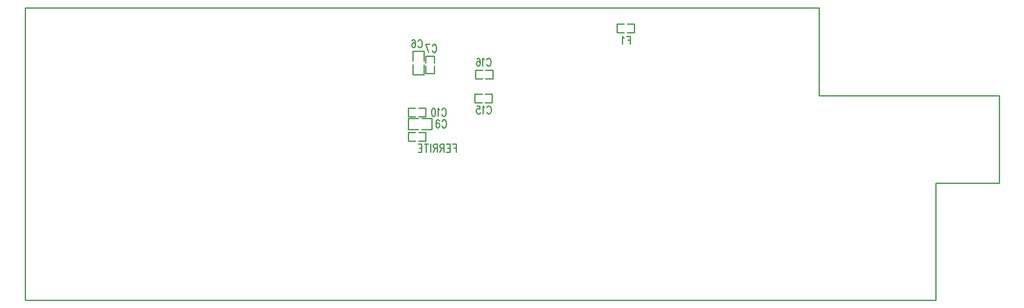
<source format=gbo>
*
*
G04 PADS 9.5 Build Number: 522968 generated Gerber (RS-274-X) file*
G04 PC Version=2.1*
*
%IN "ohm1.pcb"*%
*
%MOIN*%
*
%FSLAX35Y35*%
*
*
*
*
G04 PC Standard Apertures*
*
*
G04 Thermal Relief Aperture macro.*
%AMTER*
1,1,$1,0,0*
1,0,$1-$2,0,0*
21,0,$3,$4,0,0,45*
21,0,$3,$4,0,0,135*
%
*
*
G04 Annular Aperture macro.*
%AMANN*
1,1,$1,0,0*
1,0,$2,0,0*
%
*
*
G04 Odd Aperture macro.*
%AMODD*
1,1,$1,0,0*
1,0,$1-0.005,0,0*
%
*
*
G04 PC Custom Aperture Macros*
*
*
*
*
*
*
G04 PC Aperture Table*
*
%ADD010C,0.001*%
%ADD013C,0.01*%
*
*
*
*
G04 PC Circuitry*
G04 Layer Name ohm1.pcb - circuitry*
%LPD*%
*
*
G04 PC Custom Flashes*
G04 Layer Name ohm1.pcb - flashes*
%LPD*%
*
*
G04 PC Circuitry*
G04 Layer Name ohm1.pcb - circuitry*
%LPD*%
*
G54D10*
G54D13*
G01X1928589Y1672066D02*
Y1664066D01*
X1919589*
Y1672066*
X1928589Y1675066D02*
Y1683066D01*
X1919589*
Y1675066*
X1921891Y1610371D02*
X1916091D01*
Y1617371*
X1921891*
X1924291Y1610371D02*
X1930091D01*
Y1617371*
X1924291*
X1921891Y1630255D02*
X1916091D01*
Y1637255*
X1921891*
X1924291Y1630255D02*
X1930091D01*
Y1637255*
X1924291*
X1924091Y1619652D02*
X1916091D01*
Y1628652*
X1924091*
X1927091Y1619652D02*
X1935091D01*
Y1628652*
X1927091*
X1937062Y1670984D02*
Y1665184D01*
X1930062*
Y1670984*
X1937062Y1673384D02*
Y1679184D01*
X1930062*
Y1673384*
X1978115Y1648585D02*
X1983915D01*
Y1641585*
X1978115*
X1975715Y1648585D02*
X1969915D01*
Y1641585*
X1975715*
X1978557Y1667831D02*
X1984357D01*
Y1660831*
X1978557*
X1976157Y1667831D02*
X1970357D01*
Y1660831*
X1976157*
X2092962Y1705054D02*
X2098762D01*
Y1698054*
X2092962*
X2090562Y1705054D02*
X2084762D01*
Y1698054*
X2090562*
X1923797Y1690980D02*
X1924024Y1691605D01*
X1924479Y1692230*
X1924933Y1692543*
X1925842*
X1926297Y1692230*
X1926751Y1691605*
X1926979Y1690980*
X1927206Y1690043*
Y1688480*
X1926979Y1687543*
X1926751Y1686918*
X1926297Y1686293*
X1925842Y1685980*
X1924933*
X1924479Y1686293*
X1924024Y1686918*
X1923797Y1687543*
X1919024Y1691605D02*
X1919251Y1692230D01*
X1919933Y1692543*
X1920388*
X1921070Y1692230*
X1921524Y1691293*
X1921751Y1689730*
Y1688168*
X1921524Y1686918*
X1921070Y1686293*
X1920388Y1685980*
X1920161*
X1919479Y1686293*
X1919024Y1686918*
X1918797Y1687855*
Y1688168*
X1919024Y1689105*
X1919479Y1689730*
X1920161Y1690043*
X1920388*
X1921070Y1689730*
X1921524Y1689105*
X1921751Y1688168*
X1954635Y1607971D02*
Y1601408D01*
Y1607971D02*
X1951681D01*
X1954635Y1604846D02*
X1952817D01*
X1949635Y1607971D02*
Y1601408D01*
Y1607971D02*
X1946681D01*
X1949635Y1604846D02*
X1947817D01*
X1949635Y1601408D02*
X1946681D01*
X1944635Y1607971D02*
Y1601408D01*
Y1607971D02*
X1942590D01*
X1941908Y1607658*
X1941681Y1607346*
X1941453Y1606721*
Y1606096*
X1941681Y1605471*
X1941908Y1605158*
X1942590Y1604846*
X1944635*
X1943044D02*
X1941453Y1601408D01*
X1939408Y1607971D02*
Y1601408D01*
Y1607971D02*
X1937362D01*
X1936681Y1607658*
X1936453Y1607346*
X1936226Y1606721*
Y1606096*
X1936453Y1605471*
X1936681Y1605158*
X1937362Y1604846*
X1939408*
X1937817D02*
X1936226Y1601408D01*
X1934181Y1607971D02*
Y1601408D01*
X1930544Y1607971D02*
Y1601408D01*
X1932135Y1607971D02*
X1928953D01*
X1926908D02*
Y1601408D01*
Y1607971D02*
X1923953D01*
X1926908Y1604846D02*
X1925090D01*
X1926908Y1601408D02*
X1923953D01*
X1943138Y1635596D02*
X1943365Y1636221D01*
X1943820Y1636846*
X1944275Y1637158*
X1945184*
X1945638Y1636846*
X1946093Y1636221*
X1946320Y1635596*
X1946547Y1634658*
Y1633096*
X1946320Y1632158*
X1946093Y1631533*
X1945638Y1630908*
X1945184Y1630596*
X1944275*
X1943820Y1630908*
X1943365Y1631533*
X1943138Y1632158*
X1941093Y1635908D02*
X1940638Y1636221D01*
X1939956Y1637158*
Y1630596*
X1936547Y1637158D02*
X1937229Y1636846D01*
X1937684Y1635908*
X1937911Y1634346*
Y1633408*
X1937684Y1631846*
X1937229Y1630908*
X1936547Y1630596*
X1936093*
X1935411Y1630908*
X1934956Y1631846*
X1934729Y1633408*
Y1634346*
X1934956Y1635908*
X1935411Y1636846*
X1936093Y1637158*
X1936547*
X1943314Y1622782D02*
X1943541Y1622157D01*
X1943996Y1621532*
X1944450Y1621220*
X1945359*
X1945814Y1621532*
X1946269Y1622157*
X1946496Y1622782*
X1946723Y1623720*
Y1625282*
X1946496Y1626220*
X1946269Y1626845*
X1945814Y1627470*
X1945359Y1627782*
X1944450*
X1943996Y1627470*
X1943541Y1626845*
X1943314Y1626220*
X1938314Y1623407D02*
X1938541Y1624345D01*
X1938996Y1624970*
X1939678Y1625282*
X1939905*
X1940587Y1624970*
X1941041Y1624345*
X1941269Y1623407*
Y1623095*
X1941041Y1622157*
X1940587Y1621532*
X1939905Y1621220*
X1939678*
X1938996Y1621532*
X1938541Y1622157*
X1938314Y1623407*
Y1624970*
X1938541Y1626532*
X1938996Y1627470*
X1939678Y1627782*
X1940132*
X1940814Y1627470*
X1941041Y1626845*
X1935401Y1687112D02*
X1935628Y1687737D01*
X1936082Y1688362*
X1936537Y1688674*
X1937446*
X1937901Y1688362*
X1938355Y1687737*
X1938582Y1687112*
X1938810Y1686174*
Y1684612*
X1938582Y1683674*
X1938355Y1683049*
X1937901Y1682424*
X1937446Y1682112*
X1936537*
X1936082Y1682424*
X1935628Y1683049*
X1935401Y1683674*
X1930173Y1688674D02*
X1932446Y1682112D01*
X1933355Y1688674D02*
X1930173D01*
X1979533Y1637353D02*
X1979760Y1637978D01*
X1980215Y1638603*
X1980670Y1638916*
X1981579*
X1982033Y1638603*
X1982488Y1637978*
X1982715Y1637353*
X1982942Y1636416*
Y1634853*
X1982715Y1633916*
X1982488Y1633291*
X1982033Y1632666*
X1981579Y1632353*
X1980670*
X1980215Y1632666*
X1979760Y1633291*
X1979533Y1633916*
X1977488Y1637666D02*
X1977033Y1637978D01*
X1976351Y1638916*
Y1632353*
X1971351Y1638916D02*
X1973624D01*
X1973851Y1636103*
X1973624Y1636416*
X1972942Y1636728*
X1972260*
X1971579Y1636416*
X1971124Y1635791*
X1970897Y1634853*
X1971124Y1634228*
X1971351Y1633291*
X1971806Y1632666*
X1972488Y1632353*
X1973170*
X1973851Y1632666*
X1974079Y1632978*
X1974306Y1633603*
X1979357Y1676035D02*
X1979585Y1676660D01*
X1980039Y1677285*
X1980494Y1677598*
X1981403*
X1981857Y1677285*
X1982312Y1676660*
X1982539Y1676035*
X1982766Y1675098*
Y1673535*
X1982539Y1672598*
X1982312Y1671973*
X1981857Y1671348*
X1981403Y1671035*
X1980494*
X1980039Y1671348*
X1979585Y1671973*
X1979357Y1672598*
X1977312Y1676348D02*
X1976857Y1676660D01*
X1976175Y1677598*
Y1671035*
X1971403Y1676660D02*
X1971630Y1677285D01*
X1972312Y1677598*
X1972766*
X1973448Y1677285*
X1973903Y1676348*
X1974130Y1674785*
Y1673223*
X1973903Y1671973*
X1973448Y1671348*
X1972766Y1671035*
X1972539*
X1971857Y1671348*
X1971403Y1671973*
X1971175Y1672910*
Y1673223*
X1971403Y1674160*
X1971857Y1674785*
X1972539Y1675098*
X1972766*
X1973448Y1674785*
X1973903Y1674160*
X1974130Y1673223*
X2095302Y1695194D02*
Y1688631D01*
Y1695194D02*
X2092347D01*
X2095302Y1692069D02*
X2093484D01*
X2090302Y1693944D02*
X2089847Y1694256D01*
X2089165Y1695194*
Y1688631*
X1606299Y1481890D02*
Y1718110D01*
X2248031*
Y1647244*
X2393701*
Y1576378*
X2342520*
Y1481890*
X1606299*
X0Y0D02*
M02*

</source>
